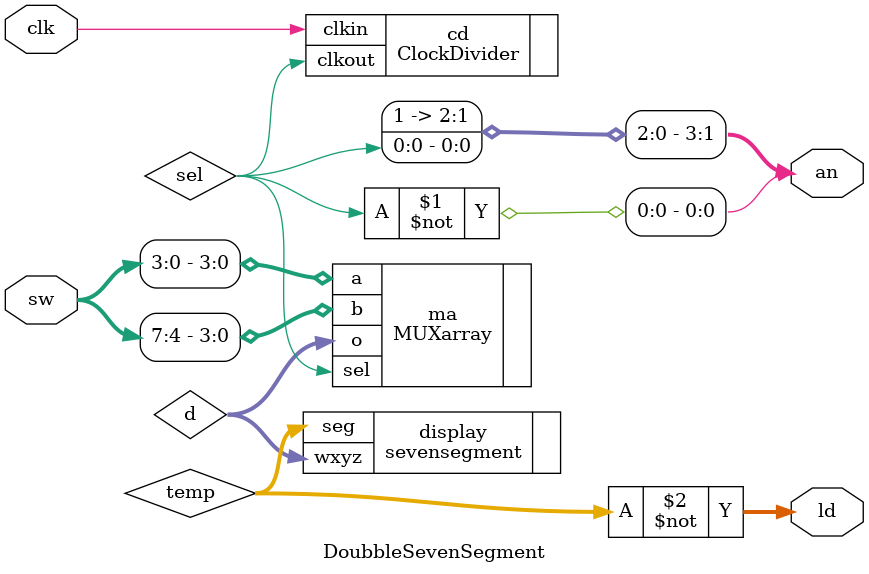
<source format=v>
`timescale 1ns / 1ps


module DoubbleSevenSegment(
    input clk,
    input [7:0] sw,
    output [3:0] an,
    output [6:0] ld
    );
    wire [3:0] d;
    wire sel;
    wire [6:0]temp;
    //clk -> clock divider -> sel 
    //sel -> MUXarray 
    //MUXarray -> d[3:0]
    //d -> 4_16decoder 
    //decoder -> display
    //sel -> an 0 | ~an 1
    
    ClockDivider cd(
                    .clkin(clk),
                    .clkout(sel)
                    );
                    
    MUXarray ma(
                .sel(sel),
                .a(sw[3:0]),
                .b(sw[7:4]),
                .o(d)
                );
                                    
    
    sevensegment display(
                       .wxyz(d),
                       .seg(temp)
                       );
                       
   assign an[0] = ~sel;
   assign an[1] = sel;      
   assign an[2] = 1;
   assign an[3] = 1;
   assign ld = ~temp; 
    
    
    
endmodule

</source>
